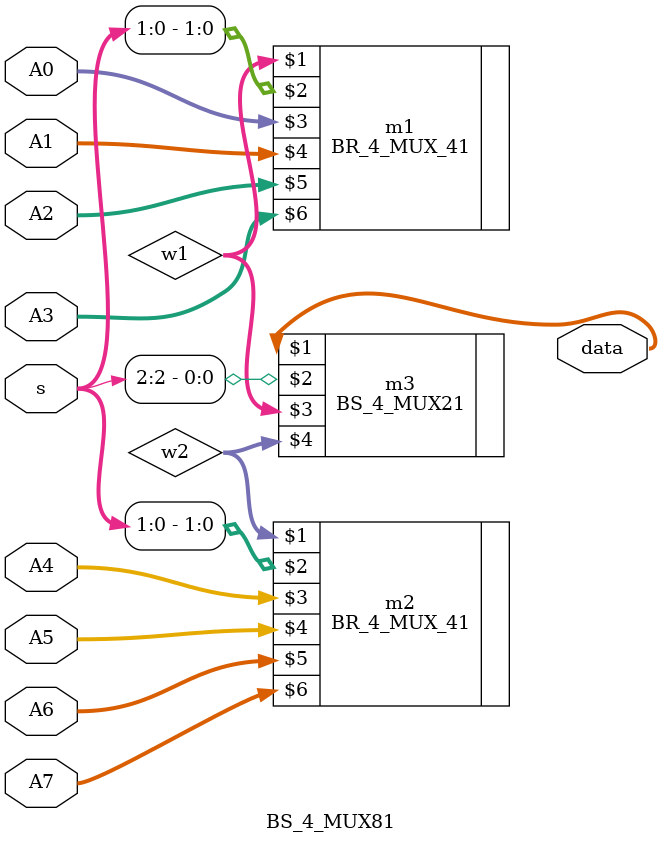
<source format=v>
`timescale 1ns / 1ps


module BS_4_MUX81(output [3:0]data, input [2:0]s, input [3:0]A0,A1,A2,A3,A4,A5,A6,A7);

wire [3:0]w1,w2;

BR_4_MUX_41 m1(w1,s[1:0],A0,A1,A2,A3);

BR_4_MUX_41 m2(w2,s[1:0],A4,A5,A6,A7);

BS_4_MUX21 m3(data,s[2],w1,w2);

endmodule

</source>
